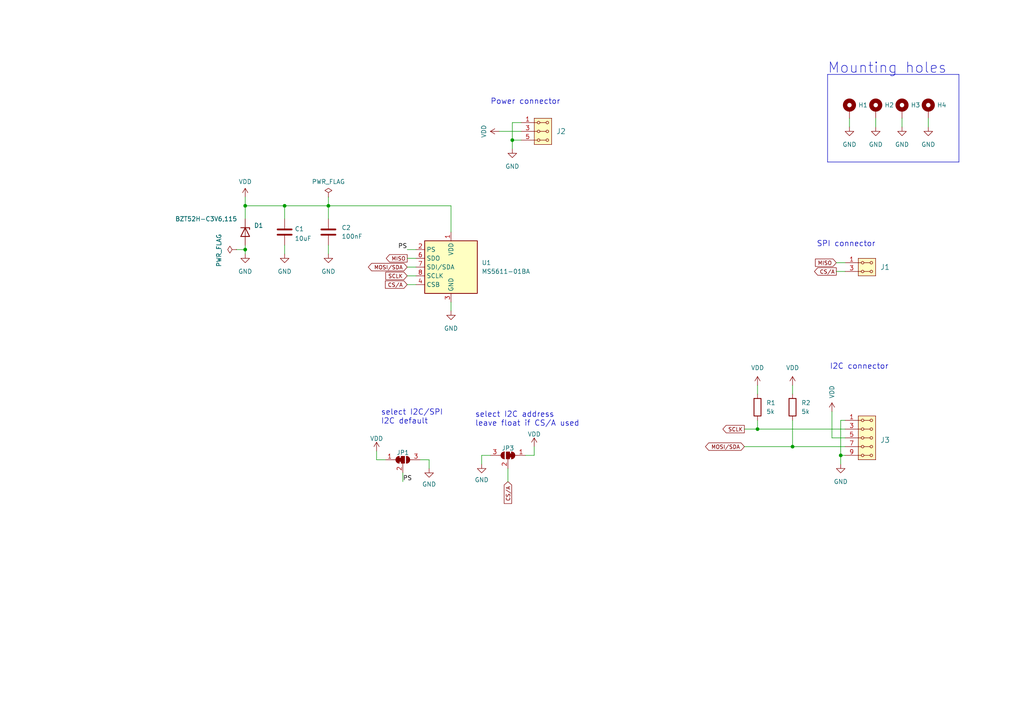
<source format=kicad_sch>
(kicad_sch (version 20230121) (generator eeschema)
  (paper "A4")
  (title_block (title "ALTIMET02") (date "2023-01-18") (rev "A") (company "Marek Sommer") (comment 1 "Digital altimeter  \\nand barometer sensor"))
  (lib_symbols
    (symbol "Device:C" (pin_numbers hide) (pin_names (offset 0.254))
      (property "Reference" "C" (at 0.635 2.54 0))
      (property "Value" "C" (at 0.635 -2.54 0))
      (symbol "C_0_1"
        (polyline (pts (xy -2.032 -0.762) (xy 2.032 -0.762)) (stroke (width 0.508)))
        (polyline (pts (xy -2.032 0.762) (xy 2.032 0.762)) (stroke (width 0.508)))
      )
      (symbol "C_1_1"
        (pin passive line (at 0 3.81 270) (length 2.794) (name "~") (number "1"))
        (pin passive line (at 0 -3.81 90) (length 2.794) (name "~") (number "2"))
      )
    )
    (symbol "Device:D_Zener" (pin_numbers hide) (pin_names (offset 1.016) hide)
      (property "Reference" "D" (at 0 2.54 0))
      (property "Value" "D_Zener" (at 0 -2.54 0))
      (symbol "D_Zener_0_1"
        (polyline (pts (xy 1.27 0) (xy -1.27 0)))
        (polyline (pts (xy -1.27 -1.27) (xy -1.27 1.27) (xy -0.762 1.27)) (stroke (width 0.254)))
        (polyline (pts (xy 1.27 -1.27) (xy 1.27 1.27) (xy -1.27 0) (xy 1.27 -1.27)) (stroke (width 0.254)))
      )
      (symbol "D_Zener_1_1"
        (pin passive line (at -3.81 0 0) (length 2.54) (name "K") (number "1"))
        (pin passive line (at 3.81 0 180) (length 2.54) (name "A") (number "2"))
      )
    )
    (symbol "Device:R" (pin_numbers hide) (pin_names (offset 0))
      (property "Reference" "R" (at 2.032 0 90))
      (property "Value" "R" (at 0 0 90))
      (symbol "R_0_1"
        (rectangle (start -1.016 -2.54) (end 1.016 2.54) (stroke (width 0.254)))
      )
      (symbol "R_1_1"
        (pin passive line (at 0 3.81 270) (length 1.27) (name "~") (number "1"))
        (pin passive line (at 0 -3.81 90) (length 1.27) (name "~") (number "2"))
      )
    )
    (symbol "Jumper:SolderJumper_3_Bridged12" (pin_names (offset 0) hide)
      (property "Reference" "JP" (at -2.54 -2.54 0))
      (property "Value" "SolderJumper_3_Bridged12" (at 0 2.794 0))
      (symbol "SolderJumper_3_Bridged12_0_1"
        (rectangle (start -1.016 0.508) (end -0.508 -0.508) (fill (type outline)))
        (arc (start -1.016 1.016) (mid -2.0276 0) (end -1.016 -1.016))
        (arc (start -1.016 1.016) (mid -2.0276 0) (end -1.016 -1.016) (fill (type outline)))
        (rectangle (start -0.508 1.016) (end 0.508 -1.016) (fill (type outline)))
        (polyline (pts (xy -2.54 0) (xy -2.032 0)))
        (polyline (pts (xy -1.016 1.016) (xy -1.016 -1.016)))
        (polyline (pts (xy 0 -1.27) (xy 0 -1.016)))
        (polyline (pts (xy 1.016 1.016) (xy 1.016 -1.016)))
        (polyline (pts (xy 2.54 0) (xy 2.032 0)))
        (arc (start 1.016 -1.016) (mid 2.0276 0) (end 1.016 1.016))
        (arc (start 1.016 -1.016) (mid 2.0276 0) (end 1.016 1.016) (fill (type outline)))
      )
      (symbol "SolderJumper_3_Bridged12_1_1"
        (pin passive line (at -5.08 0 0) (length 2.54) (name "A") (number "1"))
        (pin passive line (at 0 -3.81 90) (length 2.54) (name "C") (number "2"))
        (pin passive line (at 5.08 0 180) (length 2.54) (name "B") (number "3"))
      )
    )
    (symbol "MLAB_HEADER:HEADER_2x02_PARALLEL" (pin_names (offset 1.016))
      (property "Reference" "J" (at 0 -3.81 0))
      (property "Value" "HEADER_2x02_PARALLEL" (at 0 3.81 0))
      (symbol "HEADER_2x02_PARALLEL_0_1"
        (rectangle (start -2.54 2.54) (end 2.54 -2.54) (fill (type background)))
        (circle (center -1.27 -1.27) (radius 0.381))
        (circle (center -1.27 1.27) (radius 0.381))
        (polyline (pts (xy -1.651 -1.27) (xy -2.54 -1.27)))
        (polyline (pts (xy -1.651 1.27) (xy -2.54 1.27)))
        (polyline (pts (xy -0.889 -1.27) (xy 0.889 -1.27)))
        (polyline (pts (xy -0.889 1.27) (xy 0.889 1.27)))
        (circle (center 1.27 -1.27) (radius 0.381))
        (circle (center 1.27 1.27) (radius 0.381))
      )
      (symbol "HEADER_2x02_PARALLEL_1_1"
        (pin input line (at -6.35 1.27 0) (length 3.81) (name "~") (number "1"))
        (pin input line (at -6.35 1.27 0) (length 3.81) hide (name "~") (number "2"))
        (pin input line (at -6.35 -1.27 0) (length 3.81) (name "~") (number "3"))
        (pin input line (at -6.35 -1.27 0) (length 3.81) hide (name "~") (number "4"))
      )
    )
    (symbol "MLAB_HEADER:HEADER_2x03_PARALLEL" (pin_names (offset 1.016))
      (property "Reference" "J" (at 0 -5.08 0))
      (property "Value" "HEADER_2x03_PARALLEL" (at 0 5.08 0))
      (symbol "HEADER_2x03_PARALLEL_0_1"
        (rectangle (start -2.54 3.81) (end 2.54 -3.81) (fill (type background)))
        (circle (center -1.27 -2.54) (radius 0.381))
        (circle (center -1.27 0) (radius 0.381))
        (circle (center -1.27 2.54) (radius 0.381))
        (polyline (pts (xy -1.651 -2.54) (xy -2.54 -2.54)))
        (polyline (pts (xy -1.651 0) (xy -2.54 0)))
        (polyline (pts (xy -1.651 2.54) (xy -2.54 2.54)))
        (polyline (pts (xy -0.889 -2.54) (xy 0.889 -2.54)))
        (polyline (pts (xy -0.889 0) (xy 0.889 0)))
        (polyline (pts (xy -0.889 2.54) (xy 0.889 2.54)))
        (circle (center 1.27 -2.54) (radius 0.381))
        (circle (center 1.27 0) (radius 0.381))
        (circle (center 1.27 2.54) (radius 0.381))
      )
      (symbol "HEADER_2x03_PARALLEL_1_1"
        (pin input line (at -6.35 2.54 0) (length 3.81) (name "~") (number "1"))
        (pin input line (at -6.35 2.54 0) (length 3.81) hide (name "~") (number "2"))
        (pin input line (at -6.35 0 0) (length 3.81) (name "~") (number "3"))
        (pin input line (at -6.35 0 0) (length 3.81) hide (name "~") (number "4"))
        (pin input line (at -6.35 -2.54 0) (length 3.81) (name "~") (number "5"))
        (pin input line (at -6.35 -2.54 0) (length 3.81) hide (name "~") (number "6"))
      )
    )
    (symbol "MLAB_HEADER:HEADER_2x05_PARALLEL" (pin_names (offset 1.016))
      (property "Reference" "J" (at 0 -7.62 0))
      (property "Value" "HEADER_2x05_PARALLEL" (at 0 7.62 0))
      (symbol "HEADER_2x05_PARALLEL_0_1"
        (rectangle (start -2.54 6.35) (end 2.54 -6.35) (fill (type background)))
        (circle (center -1.27 -5.08) (radius 0.381))
        (circle (center -1.27 -2.54) (radius 0.381))
        (circle (center -1.27 0) (radius 0.381))
        (circle (center -1.27 2.54) (radius 0.381))
        (circle (center -1.27 5.08) (radius 0.381))
        (polyline (pts (xy -1.651 -5.08) (xy -2.54 -5.08)))
        (polyline (pts (xy -1.651 -2.54) (xy -2.54 -2.54)))
        (polyline (pts (xy -1.651 0) (xy -2.54 0)))
        (polyline (pts (xy -1.651 2.54) (xy -2.54 2.54)))
        (polyline (pts (xy -1.651 5.08) (xy -2.54 5.08)))
        (polyline (pts (xy -0.889 -5.08) (xy 0.889 -5.08)))
        (polyline (pts (xy -0.889 -2.54) (xy 0.889 -2.54)))
        (polyline (pts (xy -0.889 0) (xy 0.889 0)))
        (polyline (pts (xy -0.889 2.54) (xy 0.889 2.54)))
        (polyline (pts (xy -0.889 5.08) (xy 0.889 5.08)))
        (circle (center 1.27 -5.08) (radius 0.381))
        (circle (center 1.27 -2.54) (radius 0.381))
        (circle (center 1.27 0) (radius 0.381))
        (circle (center 1.27 2.54) (radius 0.381))
        (circle (center 1.27 5.08) (radius 0.381))
      )
      (symbol "HEADER_2x05_PARALLEL_1_1"
        (pin input line (at -6.35 5.08 0) (length 3.81) (name "~") (number "1"))
        (pin input line (at -6.35 -5.08 0) (length 3.81) hide (name "~") (number "10"))
        (pin input line (at -6.35 5.08 0) (length 3.81) hide (name "~") (number "2"))
        (pin input line (at -6.35 2.54 0) (length 3.81) (name "~") (number "3"))
        (pin input line (at -6.35 2.54 0) (length 3.81) hide (name "~") (number "4"))
        (pin input line (at -6.35 0 0) (length 3.81) (name "~") (number "5"))
        (pin input line (at -6.35 0 0) (length 3.81) hide (name "~") (number "6"))
        (pin input line (at -6.35 -2.54 0) (length 3.81) (name "~") (number "7"))
        (pin input line (at -6.35 -2.54 0) (length 3.81) hide (name "~") (number "8"))
        (pin input line (at -6.35 -5.08 0) (length 3.81) (name "~") (number "9"))
      )
    )
    (symbol "Mechanical:MountingHole_Pad" (pin_numbers hide) (pin_names (offset 1.016) hide)
      (property "Reference" "H" (at 0 6.35 0))
      (property "Value" "MountingHole_Pad" (at 0 4.445 0))
      (symbol "MountingHole_Pad_0_1"
        (circle (center 0 1.27) (radius 1.27) (stroke (width 1.27)))
      )
      (symbol "MountingHole_Pad_1_1"
        (pin input line (at 0 -2.54 90) (length 2.54) (name "1") (number "1"))
      )
    )
    (symbol "Sensor_Pressure:MS5611-01BA"
      (property "Reference" "U" (at -6.35 8.89 0))
      (property "Value" "MS5611-01BA" (at 7.62 8.89 0))
      (symbol "MS5611-01BA_0_1"
        (rectangle (start -7.62 7.62) (end 7.62 -7.62) (stroke (width 0.254)) (fill (type background)))
      )
      (symbol "MS5611-01BA_1_1"
        (pin power_in line (at 0 10.16 270) (length 2.54) (name "VDD") (number "1"))
        (pin input line (at -10.16 5.08 0) (length 2.54) (name "PS") (number "2"))
        (pin power_in line (at 0 -10.16 90) (length 2.54) (name "GND") (number "3"))
        (pin input line (at -10.16 -5.08 0) (length 2.54) (name "CSB") (number "4"))
        (pin input line (at -10.16 -5.08 0) (length 2.54) hide (name "CSB") (number "5"))
        (pin output line (at -10.16 2.54 0) (length 2.54) (name "SDO") (number "6"))
        (pin bidirectional line (at -10.16 0 0) (length 2.54) (name "SDI/SDA") (number "7"))
        (pin input line (at -10.16 -2.54 0) (length 2.54) (name "SCLK") (number "8"))
      )
    )
    (symbol "power:GND" (power) (pin_names (offset 0))
      (property "Value" "GND" (at 0 -3.81 0))
      (symbol "GND_0_1"
        (polyline (pts (xy 0 0) (xy 0 -1.27) (xy 1.27 -1.27) (xy 0 -2.54) (xy -1.27 -1.27) (xy 0 -1.27)))
      )
      (symbol "GND_1_1"
        (pin power_in line (at 0 0 270) (length 0) hide (name "GND") (number "1"))
      )
    )
    (symbol "power:PWR_FLAG" (power) (pin_numbers hide) (pin_names (offset 0) hide)
      (property "Value" "PWR_FLAG" (at 0 3.81 0))
      (symbol "PWR_FLAG_0_0"
        (pin power_out line (at 0 0 90) (length 0) (name "pwr") (number "1"))
      )
      (symbol "PWR_FLAG_0_1"
        (polyline (pts (xy 0 0) (xy 0 1.27) (xy -1.016 1.905) (xy 0 2.54) (xy 1.016 1.905) (xy 0 1.27)))
      )
    )
    (symbol "power:VDD" (power) (pin_names (offset 0))
      (property "Value" "VDD" (at 0 3.81 0))
      (symbol "VDD_0_1"
        (polyline (pts (xy -0.762 1.27) (xy 0 2.54)))
        (polyline (pts (xy 0 0) (xy 0 2.54)))
        (polyline (pts (xy 0 2.54) (xy 0.762 1.27)))
      )
      (symbol "VDD_1_1"
        (pin power_in line (at 0 0 90) (length 0) hide (name "VDD") (number "1"))
      )
    )
  )
  (junction (at 82.55 59.69))
  (junction (at 148.59 40.64))
  (junction (at 95.25 59.69))
  (junction (at 71.12 72.39))
  (junction (at 243.84 132.08))
  (junction (at 229.87 129.54))
  (junction (at 219.71 124.46))
  (junction (at 71.12 59.69))
  (wire (pts (xy 82.55 59.69) (xy 82.55 63.5)))
  (wire (pts (xy 229.87 111.76) (xy 229.87 114.3)))
  (wire (pts (xy 111.76 133.35) (xy 109.22 133.35)))
  (polyline (pts (xy 240.03 21.59) (xy 278.13 21.59)))
  (wire (pts (xy 68.58 72.39) (xy 71.12 72.39)))
  (wire (pts (xy 118.11 77.47) (xy 120.65 77.47)))
  (wire (pts (xy 241.3 119.38) (xy 241.3 127)))
  (wire (pts (xy 118.11 74.93) (xy 120.65 74.93)))
  (wire (pts (xy 71.12 57.15) (xy 71.12 59.69)))
  (wire (pts (xy 118.11 72.39) (xy 120.65 72.39)))
  (wire (pts (xy 243.84 132.08) (xy 243.84 134.62)))
  (wire (pts (xy 229.87 121.92) (xy 229.87 129.54)))
  (wire (pts (xy 242.57 76.2) (xy 245.11 76.2)))
  (wire (pts (xy 245.11 121.92) (xy 243.84 121.92)))
  (wire (pts (xy 71.12 72.39) (xy 71.12 73.66)))
  (wire (pts (xy 139.7 132.08) (xy 139.7 134.62)))
  (polyline (pts (xy 240.03 21.59) (xy 240.03 46.99)))
  (wire (pts (xy 219.71 121.92) (xy 219.71 124.46)))
  (wire (pts (xy 109.22 133.35) (xy 109.22 130.81)))
  (wire (pts (xy 121.92 133.35) (xy 124.46 133.35)))
  (wire (pts (xy 154.94 132.08) (xy 154.94 129.54)))
  (wire (pts (xy 71.12 59.69) (xy 82.55 59.69)))
  (wire (pts (xy 95.25 59.69) (xy 95.25 63.5)))
  (wire (pts (xy 116.84 137.16) (xy 116.84 139.7)))
  (wire (pts (xy 215.9 129.54) (xy 229.87 129.54)))
  (polyline (pts (xy 278.13 21.59) (xy 278.13 46.99)))
  (wire (pts (xy 151.13 35.56) (xy 148.59 35.56)))
  (wire (pts (xy 254 34.29) (xy 254 36.83)))
  (wire (pts (xy 95.25 59.69) (xy 130.81 59.69)))
  (wire (pts (xy 215.9 124.46) (xy 219.71 124.46)))
  (wire (pts (xy 144.78 38.1) (xy 151.13 38.1)))
  (wire (pts (xy 118.11 80.01) (xy 120.65 80.01)))
  (wire (pts (xy 147.32 135.89) (xy 147.32 139.7)))
  (wire (pts (xy 219.71 111.76) (xy 219.71 114.3)))
  (wire (pts (xy 130.81 87.63) (xy 130.81 90.17)))
  (wire (pts (xy 118.11 82.55) (xy 120.65 82.55)))
  (wire (pts (xy 269.24 34.29) (xy 269.24 36.83)))
  (wire (pts (xy 243.84 132.08) (xy 245.11 132.08)))
  (wire (pts (xy 71.12 63.5) (xy 71.12 59.69)))
  (wire (pts (xy 95.25 71.12) (xy 95.25 73.66)))
  (polyline (pts (xy 278.13 46.99) (xy 240.03 46.99)))
  (wire (pts (xy 130.81 59.69) (xy 130.81 67.31)))
  (wire (pts (xy 243.84 121.92) (xy 243.84 132.08)))
  (wire (pts (xy 241.3 127) (xy 245.11 127)))
  (wire (pts (xy 95.25 57.15) (xy 95.25 59.69)))
  (wire (pts (xy 142.24 132.08) (xy 139.7 132.08)))
  (wire (pts (xy 229.87 129.54) (xy 245.11 129.54)))
  (wire (pts (xy 148.59 40.64) (xy 148.59 43.18)))
  (wire (pts (xy 219.71 124.46) (xy 245.11 124.46)))
  (wire (pts (xy 82.55 71.12) (xy 82.55 73.66)))
  (wire (pts (xy 246.38 34.29) (xy 246.38 36.83)))
  (wire (pts (xy 71.12 71.12) (xy 71.12 72.39)))
  (wire (pts (xy 261.62 34.29) (xy 261.62 36.83)))
  (wire (pts (xy 148.59 35.56) (xy 148.59 40.64)))
  (wire (pts (xy 148.59 40.64) (xy 151.13 40.64)))
  (wire (pts (xy 242.57 78.74) (xy 245.11 78.74)))
  (wire (pts (xy 124.46 133.35) (xy 124.46 135.89)))
  (wire (pts (xy 82.55 59.69) (xy 95.25 59.69)))
  (wire (pts (xy 152.4 132.08) (xy 154.94 132.08)))
  (text "select I2C/SPI\nI2C default" (at 110.49 123.19 0) (effects (font (size 1.6 1.6)) (justify left bottom)))
  (text "Mounting holes" (at 240.03 21.59 0) (effects (font (size 3 3)) (justify left bottom)))
  (text "SPI connector" (at 236.855 71.755 0) (effects (font (size 1.6 1.6)) (justify left bottom)))
  (text "Power connector" (at 142.24 30.48 0) (effects (font (size 1.6 1.6)) (justify left bottom)))
  (text "select I2C address\nleave float if CS/A used" (at 137.795 123.825 0) (effects (font (size 1.6 1.6)) (justify left bottom)))
  (text "I2C connector" (at 240.665 107.315 0) (effects (font (size 1.6 1.6)) (justify left bottom)))
  (label "PS" (at 118.11 72.39 180))
  (label "PS" (at 116.84 139.7 0))
  (global_label "MOSI{slash}SDA" (shape bidirectional) (at 215.9 129.54 180) (effects (font (size 1.1 1.1))) (property "Intersheetrefs" "${INTERSHEET_REFS}" (effects hide)))
  (global_label "MISO" (shape output) (at 118.11 74.93 180) (effects (font (size 1.1 1.1))) (property "Intersheetrefs" "${INTERSHEET_REFS}" (effects hide)))
  (global_label "SCLK" (shape output) (at 215.9 124.46 180) (effects (font (size 1.1 1.1))) (property "Intersheetrefs" "${INTERSHEET_REFS}" (effects hide)))
  (global_label "MOSI{slash}SDA" (shape bidirectional) (at 118.11 77.47 180) (effects (font (size 1.1 1.1))) (property "Intersheetrefs" "${INTERSHEET_REFS}" (effects hide)))
  (global_label "CS{slash}A" (shape input) (at 118.11 82.55 180) (effects (font (size 1.1 1.1))) (property "Intersheetrefs" "${INTERSHEET_REFS}" (effects hide)))
  (global_label "MISO" (shape input) (at 242.57 76.2 180) (effects (font (size 1.1 1.1))) (property "Intersheetrefs" "${INTERSHEET_REFS}" (effects hide)))
  (global_label "SCLK" (shape input) (at 118.11 80.01 180) (effects (font (size 1.1 1.1))) (property "Intersheetrefs" "${INTERSHEET_REFS}" (effects hide)))
  (global_label "CS{slash}A" (shape output) (at 242.57 78.74 180) (effects (font (size 1.1 1.1))) (property "Intersheetrefs" "${INTERSHEET_REFS}" (effects hide)))
  (global_label "CS{slash}A" (shape input) (at 147.32 139.7 270) (effects (font (size 1.1 1.1))) (property "Intersheetrefs" "${INTERSHEET_REFS}" (effects hide)))
  (symbol (lib_id "Jumper:SolderJumper_3_Bridged12") (at 147.32 132.08 0) (mirror y) (unit 1)
    (property "Reference" "JP3" (at 147.32 129.9995 0))
    (property "Value" "SolderJumper_3_Bridged12" (effects hide))
    (property "Footprint" "Jumper:SolderJumper-3_P1.3mm_Bridged12_RoundedPad1.0x1.5mm_NumberLabels" (effects hide))
  )
  (symbol (lib_id "MLAB_HEADER:HEADER_2x05_PARALLEL") (at 251.46 127 0) (unit 1)
    (property "Reference" "J3" (at 255.27 127.635 0) (effects (font (size 1.524 1.524)) (justify left)))
    (property "Value" "HEADER_2x05_PARALLEL" (effects hide))
    (property "Footprint" "Mlab_Pin_Headers:Straight_2x05" (effects hide))
  )
  (symbol (lib_id "power:GND") (at 124.46 135.89 0) (unit 1)
    (property "Reference" "#PWR07" (effects hide))
    (property "Value" "GND" (at 124.46 140.4525 0))
  )
  (symbol (lib_id "MLAB_HEADER:HEADER_2x03_PARALLEL") (at 157.48 38.1 0) (unit 1)
    (property "Reference" "J2" (at 161.29 38.1 0) (effects (font (size 1.524 1.524)) (justify left)))
    (property "Value" "HEADER_2x03_PARALLEL" (effects hide))
    (property "Footprint" "Mlab_Pin_Headers:Straight_2x03" (effects hide))
  )
  (symbol (lib_id "power:VDD") (at 109.22 130.81 0) (unit 1)
    (property "Reference" "#PWR05" (effects hide))
    (property "Value" "VDD" (at 109.22 127.2055 0))
  )
  (symbol (lib_id "power:GND") (at 82.55 73.66 0) (unit 1)
    (property "Reference" "#PWR03" (effects hide))
    (property "Value" "GND" (at 82.55 78.74 0))
  )
  (symbol (lib_id "Device:D_Zener") (at 71.12 67.31 270) (unit 1)
    (property "Reference" "D1" (at 73.66 65.405 90) (effects (justify left)))
    (property "Value" "BZT52H-C3V6,115" (at 50.8 63.5 90) (effects (justify left)))
    (property "Footprint" "Diode_SMD:D_SOD-123F" (effects hide))
  )
  (symbol (lib_id "power:GND") (at 71.12 73.66 0) (unit 1)
    (property "Reference" "#PWR01" (effects hide))
    (property "Value" "GND" (at 71.12 78.74 0))
  )
  (symbol (lib_id "Device:R") (at 229.87 118.11 0) (unit 1)
    (property "Reference" "R2" (at 232.41 116.84 0) (effects (justify left)))
    (property "Value" "5k" (at 232.41 119.38 0) (effects (justify left)))
    (property "Footprint" "Resistor_SMD:R_0805_2012Metric" (effects hide))
  )
  (symbol (lib_id "Mechanical:MountingHole_Pad") (at 254 31.75 0) (unit 1)
    (property "Reference" "H2" (at 256.54 30.4799 0) (effects (justify left)))
    (property "Value" "MountingHole_Pad" (effects hide))
    (property "Footprint" "Mlab_Mechanical:MountingHole_3mm" (effects hide))
  )
  (symbol (lib_id "power:VDD") (at 144.78 38.1 90) (unit 1)
    (property "Reference" "#PWR011" (effects hide))
    (property "Value" "VDD" (at 140.335 38.1 0))
  )
  (symbol (lib_id "Sensor_Pressure:MS5611-01BA") (at 130.81 77.47 0) (unit 1)
    (property "Reference" "U1" (at 139.7 76.2 0) (effects (justify left)))
    (property "Value" "MS5611-01BA" (at 139.7 78.74 0) (effects (justify left)))
    (property "Footprint" "Package_LGA:LGA-8_3x5mm_P1.25mm" (effects hide))
    (property "Datasheet" "https://www.te.com/commerce/DocumentDelivery/DDEController?Action=srchrtrv&DocNm=MS5611-01BA03&DocType=Data+Sheet&DocLang=English" (effects hide))
  )
  (symbol (lib_id "power:GND") (at 95.25 73.66 0) (unit 1)
    (property "Reference" "#PWR04" (effects hide))
    (property "Value" "GND" (at 95.25 78.74 0))
  )
  (symbol (lib_id "power:PWR_FLAG") (at 68.58 72.39 90) (unit 1)
    (property "Reference" "#FLG02" (effects hide))
    (property "Value" "PWR_FLAG" (at 63.5 77.47 0) (effects (justify left)))
  )
  (symbol (lib_id "power:GND") (at 243.84 134.62 0) (unit 1)
    (property "Reference" "#PWR016" (effects hide))
    (property "Value" "GND" (at 243.84 139.7 0))
  )
  (symbol (lib_id "power:GND") (at 269.24 36.83 0) (unit 1)
    (property "Reference" "#PWR021" (effects hide))
    (property "Value" "GND" (at 269.24 41.91 0))
  )
  (symbol (lib_id "power:VDD") (at 71.12 57.15 0) (unit 1)
    (property "Reference" "#PWR02" (effects hide))
    (property "Value" "VDD" (at 71.12 52.705 0))
  )
  (symbol (lib_id "power:GND") (at 246.38 36.83 0) (unit 1)
    (property "Reference" "#PWR014" (effects hide))
    (property "Value" "GND" (at 246.38 41.91 0))
  )
  (symbol (lib_id "MLAB_HEADER:HEADER_2x02_PARALLEL") (at 251.46 77.47 0) (unit 1)
    (property "Reference" "J1" (at 255.27 77.47 0) (effects (font (size 1.524 1.524)) (justify left)))
    (property "Value" "HEADER_2x02_PARALLEL" (effects hide))
    (property "Footprint" "Mlab_Pin_Headers:Straight_2x02" (effects hide))
  )
  (symbol (lib_id "Device:C") (at 95.25 67.31 0) (unit 1)
    (property "Reference" "C2" (at 99.06 66.0399 0) (effects (justify left)))
    (property "Value" "100nF" (at 99.06 68.5799 0) (effects (justify left)))
    (property "Footprint" "Capacitor_SMD:C_0805_2012Metric" (effects hide))
  )
  (symbol (lib_id "Mechanical:MountingHole_Pad") (at 261.62 31.75 0) (unit 1)
    (property "Reference" "H3" (at 264.16 30.4799 0) (effects (justify left)))
    (property "Value" "MountingHole_Pad" (effects hide))
    (property "Footprint" "Mlab_Mechanical:MountingHole_3mm" (effects hide))
  )
  (symbol (lib_id "Mechanical:MountingHole_Pad") (at 269.24 31.75 0) (unit 1)
    (property "Reference" "H4" (at 271.78 30.4799 0) (effects (justify left)))
    (property "Value" "MountingHole_Pad" (effects hide))
    (property "Footprint" "Mlab_Mechanical:MountingHole_3mm" (effects hide))
  )
  (symbol (lib_id "power:VDD") (at 229.87 111.76 0) (unit 1)
    (property "Reference" "#PWR012" (effects hide))
    (property "Value" "VDD" (at 229.87 106.68 0))
  )
  (symbol (lib_id "power:PWR_FLAG") (at 95.25 57.15 0) (unit 1)
    (property "Reference" "#FLG01" (effects hide))
    (property "Value" "PWR_FLAG" (at 95.25 52.705 0))
  )
  (symbol (lib_id "power:GND") (at 130.81 90.17 0) (unit 1)
    (property "Reference" "#PWR06" (effects hide))
    (property "Value" "GND" (at 130.81 95.25 0))
  )
  (symbol (lib_id "Mechanical:MountingHole_Pad") (at 246.38 31.75 0) (unit 1)
    (property "Reference" "H1" (at 248.92 30.4799 0) (effects (justify left)))
    (property "Value" "MountingHole_Pad" (effects hide))
    (property "Footprint" "Mlab_Mechanical:MountingHole_3mm" (effects hide))
  )
  (symbol (lib_id "Device:C") (at 82.55 67.31 0) (unit 1)
    (property "Reference" "C1" (at 85.471 66.4015 0) (effects (justify left)))
    (property "Value" "10uF" (at 85.471 69.1766 0) (effects (justify left)))
    (property "Footprint" "Capacitor_SMD:C_0805_2012Metric" (effects hide))
  )
  (symbol (lib_id "power:GND") (at 139.7 134.62 0) (unit 1)
    (property "Reference" "#PWR09" (effects hide))
    (property "Value" "GND" (at 139.7 139.1825 0))
  )
  (symbol (lib_id "power:GND") (at 148.59 43.18 0) (unit 1)
    (property "Reference" "#PWR013" (effects hide))
    (property "Value" "GND" (at 148.59 48.26 0))
  )
  (symbol (lib_id "power:GND") (at 261.62 36.83 0) (unit 1)
    (property "Reference" "#PWR020" (effects hide))
    (property "Value" "GND" (at 261.62 41.91 0))
  )
  (symbol (lib_id "Jumper:SolderJumper_3_Bridged12") (at 116.84 133.35 0) (unit 1)
    (property "Reference" "JP1" (at 116.84 131.2695 0))
    (property "Value" "SolderJumper_3_Bridged12" (effects hide))
    (property "Footprint" "Jumper:SolderJumper-3_P1.3mm_Bridged12_RoundedPad1.0x1.5mm_NumberLabels" (effects hide))
  )
  (symbol (lib_id "Device:R") (at 219.71 118.11 0) (unit 1)
    (property "Reference" "R1" (at 222.25 116.84 0) (effects (justify left)))
    (property "Value" "5k" (at 222.25 119.38 0) (effects (justify left)))
    (property "Footprint" "Resistor_SMD:R_0805_2012Metric" (effects hide))
  )
  (symbol (lib_id "power:VDD") (at 219.71 111.76 0) (unit 1)
    (property "Reference" "#PWR010" (effects hide))
    (property "Value" "VDD" (at 219.71 106.68 0))
  )
  (symbol (lib_id "power:VDD") (at 154.94 129.54 0) (unit 1)
    (property "Reference" "#PWR08" (effects hide))
    (property "Value" "VDD" (at 154.94 125.9355 0))
  )
  (symbol (lib_id "power:GND") (at 254 36.83 0) (unit 1)
    (property "Reference" "#PWR019" (effects hide))
    (property "Value" "GND" (at 254 41.91 0))
  )
  (symbol (lib_id "power:VDD") (at 241.3 119.38 0) (unit 1)
    (property "Reference" "#PWR015" (effects hide))
    (property "Value" "VDD" (at 241.3 111.76 90) (effects (justify right)))
  )
)
</source>
